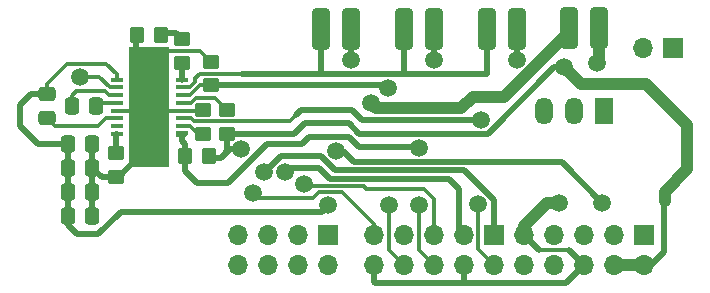
<source format=gbr>
%TF.GenerationSoftware,KiCad,Pcbnew,6.0.10-86aedd382b~118~ubuntu20.04.1*%
%TF.CreationDate,2023-08-02T00:09:11+02:00*%
%TF.ProjectId,power_board,706f7765-725f-4626-9f61-72642e6b6963,rev?*%
%TF.SameCoordinates,Original*%
%TF.FileFunction,Copper,L1,Top*%
%TF.FilePolarity,Positive*%
%FSLAX46Y46*%
G04 Gerber Fmt 4.6, Leading zero omitted, Abs format (unit mm)*
G04 Created by KiCad (PCBNEW 6.0.10-86aedd382b~118~ubuntu20.04.1) date 2023-08-02 00:09:11*
%MOMM*%
%LPD*%
G01*
G04 APERTURE LIST*
G04 Aperture macros list*
%AMRoundRect*
0 Rectangle with rounded corners*
0 $1 Rounding radius*
0 $2 $3 $4 $5 $6 $7 $8 $9 X,Y pos of 4 corners*
0 Add a 4 corners polygon primitive as box body*
4,1,4,$2,$3,$4,$5,$6,$7,$8,$9,$2,$3,0*
0 Add four circle primitives for the rounded corners*
1,1,$1+$1,$2,$3*
1,1,$1+$1,$4,$5*
1,1,$1+$1,$6,$7*
1,1,$1+$1,$8,$9*
0 Add four rect primitives between the rounded corners*
20,1,$1+$1,$2,$3,$4,$5,0*
20,1,$1+$1,$4,$5,$6,$7,0*
20,1,$1+$1,$6,$7,$8,$9,0*
20,1,$1+$1,$8,$9,$2,$3,0*%
%AMOutline5P*
0 Free polygon, 5 corners , with rotation*
0 The origin of the aperture is its center*
0 number of corners: always 5*
0 $1 to $10 corner X, Y*
0 $11 Rotation angle, in degrees counterclockwise*
0 create outline with 5 corners*
4,1,5,$1,$2,$3,$4,$5,$6,$7,$8,$9,$10,$1,$2,$11*%
%AMOutline6P*
0 Free polygon, 6 corners , with rotation*
0 The origin of the aperture is its center*
0 number of corners: always 6*
0 $1 to $12 corner X, Y*
0 $13 Rotation angle, in degrees counterclockwise*
0 create outline with 6 corners*
4,1,6,$1,$2,$3,$4,$5,$6,$7,$8,$9,$10,$11,$12,$1,$2,$13*%
%AMOutline7P*
0 Free polygon, 7 corners , with rotation*
0 The origin of the aperture is its center*
0 number of corners: always 7*
0 $1 to $14 corner X, Y*
0 $15 Rotation angle, in degrees counterclockwise*
0 create outline with 7 corners*
4,1,7,$1,$2,$3,$4,$5,$6,$7,$8,$9,$10,$11,$12,$13,$14,$1,$2,$15*%
%AMOutline8P*
0 Free polygon, 8 corners , with rotation*
0 The origin of the aperture is its center*
0 number of corners: always 8*
0 $1 to $16 corner X, Y*
0 $17 Rotation angle, in degrees counterclockwise*
0 create outline with 8 corners*
4,1,8,$1,$2,$3,$4,$5,$6,$7,$8,$9,$10,$11,$12,$13,$14,$15,$16,$1,$2,$17*%
G04 Aperture macros list end*
%TA.AperFunction,SMDPad,CuDef*%
%ADD10RoundRect,0.250000X-0.475000X0.337500X-0.475000X-0.337500X0.475000X-0.337500X0.475000X0.337500X0*%
%TD*%
%TA.AperFunction,SMDPad,CuDef*%
%ADD11RoundRect,0.250000X-0.350000X-0.450000X0.350000X-0.450000X0.350000X0.450000X-0.350000X0.450000X0*%
%TD*%
%TA.AperFunction,SMDPad,CuDef*%
%ADD12RoundRect,0.381000X0.381000X-1.397000X0.381000X1.397000X-0.381000X1.397000X-0.381000X-1.397000X0*%
%TD*%
%TA.AperFunction,SMDPad,CuDef*%
%ADD13RoundRect,0.250000X0.450000X-0.350000X0.450000X0.350000X-0.450000X0.350000X-0.450000X-0.350000X0*%
%TD*%
%TA.AperFunction,SMDPad,CuDef*%
%ADD14RoundRect,0.250000X-0.337500X-0.475000X0.337500X-0.475000X0.337500X0.475000X-0.337500X0.475000X0*%
%TD*%
%TA.AperFunction,SMDPad,CuDef*%
%ADD15RoundRect,0.250000X-0.450000X0.350000X-0.450000X-0.350000X0.450000X-0.350000X0.450000X0.350000X0*%
%TD*%
%TA.AperFunction,SMDPad,CuDef*%
%ADD16Outline5P,-0.525000X0.000000X-0.300000X0.225000X0.525000X0.225000X0.525000X-0.225000X-0.525000X-0.225000X180.000000*%
%TD*%
%TA.AperFunction,SMDPad,CuDef*%
%ADD17R,1.050000X0.450000*%
%TD*%
%TA.AperFunction,ComponentPad*%
%ADD18C,0.600000*%
%TD*%
%TA.AperFunction,SMDPad,CuDef*%
%ADD19R,3.400000X10.160000*%
%TD*%
%TA.AperFunction,ComponentPad*%
%ADD20R,1.500000X2.300000*%
%TD*%
%TA.AperFunction,ComponentPad*%
%ADD21O,1.500000X2.300000*%
%TD*%
%TA.AperFunction,ComponentPad*%
%ADD22R,1.700000X1.700000*%
%TD*%
%TA.AperFunction,ComponentPad*%
%ADD23O,1.700000X1.700000*%
%TD*%
%TA.AperFunction,SMDPad,CuDef*%
%ADD24RoundRect,0.250000X0.350000X0.450000X-0.350000X0.450000X-0.350000X-0.450000X0.350000X-0.450000X0*%
%TD*%
%TA.AperFunction,ViaPad*%
%ADD25C,1.500000*%
%TD*%
%TA.AperFunction,Conductor*%
%ADD26C,0.300000*%
%TD*%
%TA.AperFunction,Conductor*%
%ADD27C,0.500000*%
%TD*%
%TA.AperFunction,Conductor*%
%ADD28C,1.000000*%
%TD*%
G04 APERTURE END LIST*
D10*
%TO.P,C2,1*%
%TO.N,+12V*%
X125984000Y-93272700D03*
%TO.P,C2,2*%
%TO.N,Net-(U2-Pad14)*%
X125984000Y-95347700D03*
%TD*%
D11*
%TO.P,R5,1*%
%TO.N,/nFault*%
X137684000Y-98552000D03*
%TO.P,R5,2*%
%TO.N,+5V*%
X139684000Y-98552000D03*
%TD*%
D12*
%TO.P,J5,1,Pin_1*%
%TO.N,Net-(J4-Pad1)*%
X156230000Y-87778000D03*
%TO.P,J5,2,Pin_2*%
%TO.N,Net-(J4-Pad2)*%
X158770000Y-87778000D03*
%TD*%
D13*
%TO.P,R1,1*%
%TO.N,Net-(R1-Pad1)*%
X139242800Y-96647800D03*
%TO.P,R1,2*%
%TO.N,GND*%
X139242800Y-94647800D03*
%TD*%
D14*
%TO.P,C8,1*%
%TO.N,+12V*%
X127740500Y-103632000D03*
%TO.P,C8,2*%
%TO.N,GND*%
X129815500Y-103632000D03*
%TD*%
D15*
%TO.P,R4,1*%
%TO.N,Net-(R4-Pad1)*%
X141274800Y-94647800D03*
%TO.P,R4,2*%
%TO.N,+5V*%
X141274800Y-96647800D03*
%TD*%
D12*
%TO.P,J4,1,Pin_1*%
%TO.N,Net-(J4-Pad1)*%
X163230000Y-87778000D03*
%TO.P,J4,2,Pin_2*%
%TO.N,Net-(J4-Pad2)*%
X165770000Y-87778000D03*
%TD*%
%TO.P,J1,1,Pin_1*%
%TO.N,/Batt+*%
X170180000Y-87721500D03*
%TO.P,J1,2,Pin_2*%
%TO.N,GND*%
X172720000Y-87721500D03*
%TD*%
D15*
%TO.P,R2,1*%
%TO.N,Net-(R2-Pad1)*%
X131826000Y-98314000D03*
%TO.P,R2,2*%
%TO.N,GND*%
X131826000Y-100314000D03*
%TD*%
D14*
%TO.P,C5,1*%
%TO.N,+12V*%
X127762000Y-97536000D03*
%TO.P,C5,2*%
%TO.N,GND*%
X129837000Y-97536000D03*
%TD*%
%TO.P,C7,1*%
%TO.N,+12V*%
X127740500Y-101600000D03*
%TO.P,C7,2*%
%TO.N,GND*%
X129815500Y-101600000D03*
%TD*%
D16*
%TO.P,U2,1,~{FAULT}*%
%TO.N,/nFault*%
X137445800Y-96636800D03*
D17*
%TO.P,U2,2,MODE1*%
%TO.N,Net-(R1-Pad1)*%
X137445800Y-95986800D03*
%TO.P,U2,3,PHASE*%
%TO.N,/PHASE*%
X137445800Y-95336800D03*
%TO.P,U2,4,GND*%
%TO.N,GND*%
X137445800Y-94686800D03*
%TO.P,U2,5,~{SLEEP}*%
%TO.N,Net-(R4-Pad1)*%
X137445800Y-94036800D03*
%TO.P,U2,6,ENABLE*%
%TO.N,/ENABLE*%
X137445800Y-93386800D03*
%TO.P,U2,7,OUT+*%
%TO.N,Net-(J4-Pad1)*%
X137445800Y-92736800D03*
%TO.P,U2,8,SENSE*%
%TO.N,Net-(R6-Pad1)*%
X137445800Y-92086800D03*
%TO.P,U2,9,VBB*%
%TO.N,+12V*%
X131895800Y-92086800D03*
%TO.P,U2,10,OUT-*%
%TO.N,Net-(J4-Pad2)*%
X131895800Y-92736800D03*
%TO.P,U2,11,CP1*%
%TO.N,Net-(C1-Pad1)*%
X131895800Y-93386800D03*
%TO.P,U2,12,CP2*%
%TO.N,Net-(C1-Pad2)*%
X131895800Y-94036800D03*
%TO.P,U2,13,GND*%
%TO.N,GND*%
X131895800Y-94686800D03*
%TO.P,U2,14,VCP*%
%TO.N,Net-(U2-Pad14)*%
X131895800Y-95336800D03*
%TO.P,U2,15,VPROPI*%
%TO.N,unconnected-(U2-Pad15)*%
X131895800Y-95986800D03*
%TO.P,U2,16,MODE2*%
%TO.N,Net-(R2-Pad1)*%
X131895800Y-96636800D03*
D18*
%TO.P,U2,17,GND(PPAD)*%
%TO.N,GND*%
X135770800Y-97917800D03*
X134670800Y-90805800D03*
X133570800Y-97917800D03*
X135770800Y-90805800D03*
X135770800Y-89916800D03*
X135770800Y-98806800D03*
X133570800Y-98806800D03*
X133570800Y-89916800D03*
X134670800Y-98806800D03*
D19*
X134670800Y-94361800D03*
D18*
X134670800Y-97917800D03*
X133570800Y-90805800D03*
X134670800Y-89916800D03*
%TD*%
D20*
%TO.P,U1,1,IN*%
%TO.N,+12V*%
X173151800Y-94691200D03*
D21*
%TO.P,U1,2,GND*%
%TO.N,GND*%
X170611800Y-94691200D03*
%TO.P,U1,3,OUT*%
%TO.N,+5V*%
X168071800Y-94691200D03*
%TD*%
D13*
%TO.P,R3,1*%
%TO.N,/ENABLE*%
X139852400Y-92567000D03*
%TO.P,R3,2*%
%TO.N,GND*%
X139852400Y-90567000D03*
%TD*%
D14*
%TO.P,C1,1*%
%TO.N,Net-(C1-Pad1)*%
X128100000Y-94335600D03*
%TO.P,C1,2*%
%TO.N,Net-(C1-Pad2)*%
X130175000Y-94335600D03*
%TD*%
D22*
%TO.P,J3,1,Pin_1*%
%TO.N,+12V*%
X149800000Y-105225000D03*
D23*
%TO.P,J3,2,Pin_2*%
%TO.N,/Batt+*%
X149800000Y-107765000D03*
%TO.P,J3,3,Pin_3*%
%TO.N,/Network-LED*%
X147260000Y-105225000D03*
%TO.P,J3,4,Pin_4*%
%TO.N,GND*%
X147260000Y-107765000D03*
%TO.P,J3,5,Pin_5*%
%TO.N,/GPS-LED*%
X144720000Y-105225000D03*
%TO.P,J3,6,Pin_6*%
%TO.N,/BOOT-LED*%
X144720000Y-107765000D03*
%TO.P,J3,7,Pin_7*%
%TO.N,+5V*%
X142180000Y-105225000D03*
%TO.P,J3,8,Pin_8*%
%TO.N,/Button-Pin*%
X142180000Y-107765000D03*
%TD*%
D14*
%TO.P,C6,1*%
%TO.N,+12V*%
X127762000Y-99530000D03*
%TO.P,C6,2*%
%TO.N,GND*%
X129837000Y-99530000D03*
%TD*%
D22*
%TO.P,J8,1,Pin_1*%
%TO.N,GND*%
X178968400Y-89433400D03*
D23*
%TO.P,J8,2,Pin_2*%
X176428400Y-89433400D03*
%TD*%
D13*
%TO.P,R6,1*%
%TO.N,Net-(R6-Pad1)*%
X137414000Y-90662000D03*
%TO.P,R6,2*%
%TO.N,Net-(R6-Pad2)*%
X137414000Y-88662000D03*
%TD*%
D24*
%TO.P,R7,1*%
%TO.N,Net-(R6-Pad2)*%
X135620000Y-88265000D03*
%TO.P,R7,2*%
%TO.N,GND*%
X133620000Y-88265000D03*
%TD*%
D12*
%TO.P,J6,1,Pin_1*%
%TO.N,Net-(J4-Pad1)*%
X149230000Y-87778000D03*
%TO.P,J6,2,Pin_2*%
%TO.N,Net-(J4-Pad2)*%
X151770000Y-87778000D03*
%TD*%
D22*
%TO.P,J7,1,Pin_1*%
%TO.N,/GPS-LED*%
X163850000Y-105210000D03*
D23*
%TO.P,J7,2,Pin_2*%
%TO.N,/PHASE*%
X163850000Y-107750000D03*
%TO.P,J7,3,Pin_3*%
%TO.N,/BOOT-LED*%
X161310000Y-105210000D03*
%TO.P,J7,4,Pin_4*%
%TO.N,GND*%
X161310000Y-107750000D03*
%TO.P,J7,5,Pin_5*%
%TO.N,/Network-LED*%
X158770000Y-105210000D03*
%TO.P,J7,6,Pin_6*%
%TO.N,/nFault*%
X158770000Y-107750000D03*
%TO.P,J7,7,Pin_7*%
%TO.N,unconnected-(J7-Pad7)*%
X156230000Y-105210000D03*
%TO.P,J7,8,Pin_8*%
%TO.N,/ENABLE*%
X156230000Y-107750000D03*
%TO.P,J7,9,Pin_9*%
%TO.N,/Button-Pin*%
X153690000Y-105210000D03*
%TO.P,J7,10,Pin_10*%
%TO.N,GND*%
X153690000Y-107750000D03*
%TD*%
D22*
%TO.P,J2,1,Pin_1*%
%TO.N,unconnected-(J2-Pad1)*%
X176550000Y-105210000D03*
D23*
%TO.P,J2,2,Pin_2*%
%TO.N,+5V*%
X176550000Y-107750000D03*
%TO.P,J2,3,Pin_3*%
%TO.N,unconnected-(J2-Pad3)*%
X174010000Y-105210000D03*
%TO.P,J2,4,Pin_4*%
%TO.N,+5V*%
X174010000Y-107750000D03*
%TO.P,J2,5,Pin_5*%
%TO.N,unconnected-(J2-Pad5)*%
X171470000Y-105210000D03*
%TO.P,J2,6,Pin_6*%
%TO.N,GND*%
X171470000Y-107750000D03*
%TO.P,J2,7,Pin_7*%
%TO.N,unconnected-(J2-Pad7)*%
X168930000Y-105210000D03*
%TO.P,J2,8,Pin_8*%
%TO.N,unconnected-(J2-Pad8)*%
X168930000Y-107750000D03*
%TO.P,J2,9,Pin_9*%
%TO.N,GND*%
X166390000Y-105210000D03*
%TO.P,J2,10,Pin_10*%
%TO.N,unconnected-(J2-Pad10)*%
X166390000Y-107750000D03*
%TD*%
D25*
%TO.N,+12V*%
X150449900Y-98125900D03*
X173024800Y-102489000D03*
X149800000Y-102708400D03*
%TO.N,/Batt+*%
X153441400Y-94081600D03*
%TO.N,GND*%
X169341800Y-102514400D03*
X172593000Y-90703400D03*
%TO.N,+5V*%
X142392400Y-97917000D03*
X169799000Y-91033600D03*
%TO.N,/Network-LED*%
X147777200Y-100888800D03*
%TO.N,/GPS-LED*%
X144373600Y-99923600D03*
%TO.N,/BOOT-LED*%
X146148875Y-99895475D03*
%TO.N,/Button-Pin*%
X143459200Y-101701600D03*
%TO.N,Net-(J4-Pad2)*%
X165811200Y-90373200D03*
X158775400Y-90367500D03*
X151765000Y-90367500D03*
X128778000Y-91871800D03*
%TO.N,/PHASE*%
X162510000Y-102640600D03*
X162727825Y-95448300D03*
%TO.N,/nFault*%
X157480000Y-97847800D03*
X157480000Y-102666800D03*
%TO.N,/ENABLE*%
X154940000Y-102666800D03*
X154829000Y-92766500D03*
%TD*%
D26*
%TO.N,Net-(C1-Pad1)*%
X128100000Y-94335600D02*
X128100000Y-93438800D01*
X130919400Y-93065600D02*
X131240600Y-93386800D01*
X128473200Y-93065600D02*
X130919400Y-93065600D01*
X128100000Y-93438800D02*
X128473200Y-93065600D01*
X131240600Y-93386800D02*
X131895800Y-93386800D01*
%TO.N,Net-(C1-Pad2)*%
X131895800Y-94036800D02*
X130473800Y-94036800D01*
X130473800Y-94036800D02*
X130175000Y-94335600D01*
D27*
%TO.N,+12V*%
X169595800Y-99060000D02*
X173024800Y-102489000D01*
X130302000Y-105156000D02*
X132219729Y-103238271D01*
X125984000Y-93272700D02*
X124659300Y-93272700D01*
X127762000Y-103610500D02*
X127740500Y-103632000D01*
D26*
X125984000Y-92456000D02*
X127668200Y-90771800D01*
D27*
X149270129Y-103238271D02*
X149800000Y-102708400D01*
D26*
X125984000Y-93272700D02*
X125984000Y-92456000D01*
D27*
X127740500Y-103632000D02*
X127740500Y-104372500D01*
X127762000Y-97536000D02*
X127762000Y-103610500D01*
X125222000Y-97536000D02*
X127762000Y-97536000D01*
X152019000Y-99060000D02*
X169595800Y-99060000D01*
X150449900Y-98125900D02*
X151084900Y-98125900D01*
X123698000Y-94234000D02*
X123698000Y-96012000D01*
X151084900Y-98125900D02*
X152019000Y-99060000D01*
X128524000Y-105156000D02*
X130302000Y-105156000D01*
X127740500Y-104372500D02*
X128524000Y-105156000D01*
D26*
X127668200Y-90771800D02*
X131030800Y-90771800D01*
X131895800Y-91636800D02*
X131895800Y-92086800D01*
D27*
X132219729Y-103238271D02*
X149270129Y-103238271D01*
X123698000Y-96012000D02*
X125222000Y-97536000D01*
D26*
X131030800Y-90771800D02*
X131895800Y-91636800D01*
D27*
X124659300Y-93272700D02*
X123698000Y-94234000D01*
D28*
%TO.N,/Batt+*%
X161086800Y-94513400D02*
X162052000Y-93548200D01*
X162052000Y-93548200D02*
X164686810Y-93548200D01*
X164686810Y-93548200D02*
X170180000Y-88055010D01*
X153873200Y-94513400D02*
X161086800Y-94513400D01*
X153441400Y-94081600D02*
X153873200Y-94513400D01*
X170180000Y-88055010D02*
X170180000Y-87721500D01*
D27*
%TO.N,GND*%
X153690000Y-107750000D02*
X153690000Y-109214600D01*
X153690000Y-109149200D02*
X153690000Y-107750000D01*
X131810000Y-100330000D02*
X131826000Y-100314000D01*
D26*
X137445800Y-94686800D02*
X139203800Y-94686800D01*
D27*
X153771600Y-109296200D02*
X161208400Y-109296200D01*
D28*
X172745400Y-87746900D02*
X172720000Y-87721500D01*
D26*
X139203800Y-94686800D02*
X139242800Y-94647800D01*
X137445800Y-94686800D02*
X136095800Y-94686800D01*
D28*
X166390000Y-104439400D02*
X166390000Y-105210000D01*
D26*
X136025600Y-89662000D02*
X135770800Y-89916800D01*
D27*
X161264600Y-109296200D02*
X169923800Y-109296200D01*
D26*
X136095800Y-94686800D02*
X135770800Y-94361800D01*
D27*
X170196800Y-106476800D02*
X171470000Y-107750000D01*
D28*
X172593000Y-90703400D02*
X172745400Y-90551000D01*
X172745400Y-89738200D02*
X172745400Y-87746900D01*
X169341800Y-102514400D02*
X168315000Y-102514400D01*
D27*
X131826000Y-100314000D02*
X132063600Y-100314000D01*
X133570800Y-89916800D02*
X133570800Y-88171200D01*
D26*
X139852400Y-90567000D02*
X138947400Y-89662000D01*
X133245800Y-94686800D02*
X133570800Y-94361800D01*
D27*
X130637000Y-100330000D02*
X131810000Y-100330000D01*
D28*
X172745400Y-90551000D02*
X172745400Y-89738200D01*
D27*
X129837000Y-97536000D02*
X129837000Y-103610500D01*
X166390000Y-105210000D02*
X167656800Y-106476800D01*
D26*
X138947400Y-89662000D02*
X136025600Y-89662000D01*
D27*
X132063600Y-100314000D02*
X133570800Y-98806800D01*
X161208400Y-109296200D02*
X161310000Y-109194600D01*
X129837000Y-99530000D02*
X130637000Y-100330000D01*
X153690000Y-109214600D02*
X153771600Y-109296200D01*
D26*
X167656800Y-106476800D02*
X170196800Y-106476800D01*
D27*
X161310000Y-109194600D02*
X161310000Y-107750000D01*
X169923800Y-109296200D02*
X171470000Y-107750000D01*
D26*
X131895800Y-94686800D02*
X133245800Y-94686800D01*
D27*
X129837000Y-103610500D02*
X129815500Y-103632000D01*
D28*
X168315000Y-102514400D02*
X166390000Y-104439400D01*
%TO.N,+5V*%
X180213000Y-97790000D02*
X180213000Y-99644200D01*
D27*
X141274800Y-98094800D02*
X140689800Y-98679800D01*
X146938200Y-96647800D02*
X141274800Y-96647800D01*
X168935400Y-91033600D02*
X163320700Y-96648300D01*
D28*
X180213000Y-95885000D02*
X180213000Y-97790000D01*
D27*
X152452100Y-96648300D02*
X151587200Y-95783400D01*
X151587200Y-95783400D02*
X147802600Y-95783400D01*
D28*
X180213000Y-99644200D02*
X178282600Y-101574600D01*
D27*
X142392400Y-97917000D02*
X141452600Y-97917000D01*
X147802600Y-95783400D02*
X146938200Y-96647800D01*
X178282600Y-102387400D02*
X178206400Y-102463600D01*
X140689800Y-98679800D02*
X139811800Y-98679800D01*
X139811800Y-98679800D02*
X139684000Y-98552000D01*
D28*
X176733200Y-92405200D02*
X180213000Y-95885000D01*
D27*
X141274800Y-96647800D02*
X141274800Y-98094800D01*
X141452600Y-97917000D02*
X140689800Y-98679800D01*
X178206400Y-106680000D02*
X177136400Y-107750000D01*
X163320700Y-96648300D02*
X152452100Y-96648300D01*
D28*
X178282600Y-101574600D02*
X178282600Y-102387400D01*
X169799000Y-91033600D02*
X171170600Y-92405200D01*
D27*
X169799000Y-91033600D02*
X168935400Y-91033600D01*
X177136400Y-107750000D02*
X176550000Y-107750000D01*
D28*
X171170600Y-92405200D02*
X176733200Y-92405200D01*
D27*
X178206400Y-102463600D02*
X178206400Y-106680000D01*
D28*
X174010000Y-107750000D02*
X176550000Y-107750000D01*
D26*
%TO.N,/Network-LED*%
X152984200Y-101295200D02*
X152797400Y-101108400D01*
X147996800Y-101108400D02*
X147777200Y-100888800D01*
X157886400Y-101295200D02*
X152984200Y-101295200D01*
X158770000Y-102178800D02*
X157886400Y-101295200D01*
X158770000Y-105210000D02*
X158770000Y-102178800D01*
X148793200Y-101108400D02*
X147996800Y-101108400D01*
X152797400Y-101108400D02*
X148793200Y-101108400D01*
D27*
%TO.N,/GPS-LED*%
X161326457Y-99760000D02*
X163850000Y-102283543D01*
X163850000Y-102283543D02*
X163850000Y-105210000D01*
X150386943Y-99760000D02*
X161326457Y-99760000D01*
X144424400Y-99923600D02*
X145796000Y-98552000D01*
X144373600Y-99923600D02*
X144424400Y-99923600D01*
X145796000Y-98552000D02*
X149178943Y-98552000D01*
X149178943Y-98552000D02*
X150386943Y-99760000D01*
%TO.N,/BOOT-LED*%
X146148875Y-99895475D02*
X146476350Y-99568000D01*
X149939200Y-100460000D02*
X160048400Y-100460000D01*
X146476350Y-99568000D02*
X149047200Y-99568000D01*
X160048400Y-100460000D02*
X160909000Y-101320600D01*
X149047200Y-99568000D02*
X149939200Y-100460000D01*
X160909000Y-104809000D02*
X161310000Y-105210000D01*
X160909000Y-101320600D02*
X160909000Y-104809000D01*
D26*
%TO.N,/Button-Pin*%
X153690000Y-104287000D02*
X151011400Y-101608400D01*
X153690000Y-105210000D02*
X153690000Y-104287000D01*
X143814800Y-102057200D02*
X143459200Y-101701600D01*
X148988000Y-101608400D02*
X148539200Y-102057200D01*
X148539200Y-102057200D02*
X143814800Y-102057200D01*
X151011400Y-101608400D02*
X148988000Y-101608400D01*
%TO.N,Net-(J4-Pad1)*%
X137445800Y-92736800D02*
X138077094Y-92736800D01*
D27*
X156230000Y-91567000D02*
X156230000Y-87778000D01*
X156230000Y-91567000D02*
X163230000Y-91567000D01*
D26*
X138077094Y-92736800D02*
X138557000Y-92256894D01*
X138557000Y-92256894D02*
X138557000Y-91948000D01*
D27*
X149230000Y-87778000D02*
X149230000Y-91567000D01*
X149230000Y-91567000D02*
X156230000Y-91567000D01*
D26*
X138557000Y-91948000D02*
X138938000Y-91567000D01*
X138938000Y-91567000D02*
X142519400Y-91567000D01*
D27*
X149230000Y-91567000D02*
X142519400Y-91567000D01*
X163230000Y-91567000D02*
X163230000Y-87778000D01*
%TO.N,Net-(J4-Pad2)*%
X165770000Y-90332000D02*
X165770000Y-87778000D01*
X151765000Y-90367500D02*
X151765000Y-87783000D01*
X165811200Y-90373200D02*
X165770000Y-90332000D01*
X158775400Y-90367500D02*
X158775400Y-87783400D01*
D26*
X131297707Y-92736800D02*
X131895800Y-92736800D01*
X130432707Y-91871800D02*
X131297707Y-92736800D01*
D27*
X158775400Y-87783400D02*
X158770000Y-87778000D01*
D26*
X128778000Y-91871800D02*
X130432707Y-91871800D01*
%TO.N,/PHASE*%
X146565800Y-95597800D02*
X138447600Y-95597800D01*
D27*
X147523200Y-94640400D02*
X151841200Y-94640400D01*
X151841200Y-94640400D02*
X152664200Y-95463400D01*
X162712725Y-95463400D02*
X162727825Y-95448300D01*
D26*
X138447600Y-95597800D02*
X138186600Y-95336800D01*
X162510000Y-102640600D02*
X162510000Y-106410000D01*
D27*
X152664200Y-95463400D02*
X162712725Y-95463400D01*
D26*
X138186600Y-95336800D02*
X137445800Y-95336800D01*
X147091400Y-95072200D02*
X146565800Y-95597800D01*
X162510000Y-106410000D02*
X163850000Y-107750000D01*
D27*
X147091400Y-95072200D02*
X147523200Y-94640400D01*
%TO.N,/nFault*%
X137684000Y-99838000D02*
X137684000Y-98552000D01*
D26*
X157480000Y-102666800D02*
X157480000Y-106460000D01*
D27*
X144653000Y-97536000D02*
X141351000Y-100838000D01*
X137414000Y-96693600D02*
X137445800Y-96661800D01*
X148183600Y-96926400D02*
X147574000Y-97536000D01*
X157396800Y-97764600D02*
X152425400Y-97764600D01*
X151587200Y-96926400D02*
X148183600Y-96926400D01*
X138684000Y-100838000D02*
X137684000Y-99838000D01*
X147574000Y-97536000D02*
X144653000Y-97536000D01*
X137684000Y-98552000D02*
X137684000Y-97552000D01*
X137414000Y-97282000D02*
X137414000Y-96693600D01*
X137684000Y-97552000D02*
X137414000Y-97282000D01*
X141351000Y-100838000D02*
X138684000Y-100838000D01*
X152425400Y-97764600D02*
X151587200Y-96926400D01*
D26*
X157480000Y-106460000D02*
X158770000Y-107750000D01*
D27*
X157480000Y-97847800D02*
X157396800Y-97764600D01*
D26*
%TO.N,/ENABLE*%
X138954000Y-92567000D02*
X139852400Y-92567000D01*
X138134200Y-93386800D02*
X138954000Y-92567000D01*
X154940000Y-102666800D02*
X154940000Y-106460000D01*
D27*
X154829000Y-92766500D02*
X154629500Y-92567000D01*
D26*
X154940000Y-106460000D02*
X156230000Y-107750000D01*
X137445800Y-93386800D02*
X138134200Y-93386800D01*
D27*
X154629500Y-92567000D02*
X139852400Y-92567000D01*
D26*
%TO.N,Net-(R1-Pad1)*%
X138753400Y-96647800D02*
X139242800Y-96647800D01*
X138092400Y-95986800D02*
X138753400Y-96647800D01*
X137445800Y-95986800D02*
X138092400Y-95986800D01*
D27*
%TO.N,Net-(R2-Pad1)*%
X131870800Y-96661800D02*
X131895800Y-96661800D01*
X131826000Y-96706600D02*
X131870800Y-96661800D01*
X131826000Y-98314000D02*
X131826000Y-96706600D01*
D26*
%TO.N,Net-(R4-Pad1)*%
X140226000Y-93599000D02*
X141274800Y-94647800D01*
X138643072Y-93599000D02*
X140226000Y-93599000D01*
X138205272Y-94036800D02*
X138643072Y-93599000D01*
X137445800Y-94036800D02*
X138205272Y-94036800D01*
D27*
%TO.N,Net-(R6-Pad1)*%
X137420800Y-92061800D02*
X137445800Y-92061800D01*
X137414000Y-90662000D02*
X137414000Y-92055000D01*
D26*
X137414000Y-92055000D02*
X137445800Y-92086800D01*
D27*
X137414000Y-92055000D02*
X137420800Y-92061800D01*
%TO.N,Net-(R6-Pad2)*%
X135604000Y-88138000D02*
X136890000Y-88138000D01*
X136890000Y-88138000D02*
X137414000Y-88662000D01*
D26*
%TO.N,Net-(U2-Pad14)*%
X131895800Y-95336800D02*
X131881000Y-95351600D01*
X131881000Y-95351600D02*
X131013200Y-95351600D01*
X130352800Y-96012000D02*
X126648300Y-96012000D01*
X126648300Y-96012000D02*
X125984000Y-95347700D01*
X131013200Y-95351600D02*
X130352800Y-96012000D01*
%TD*%
M02*

</source>
